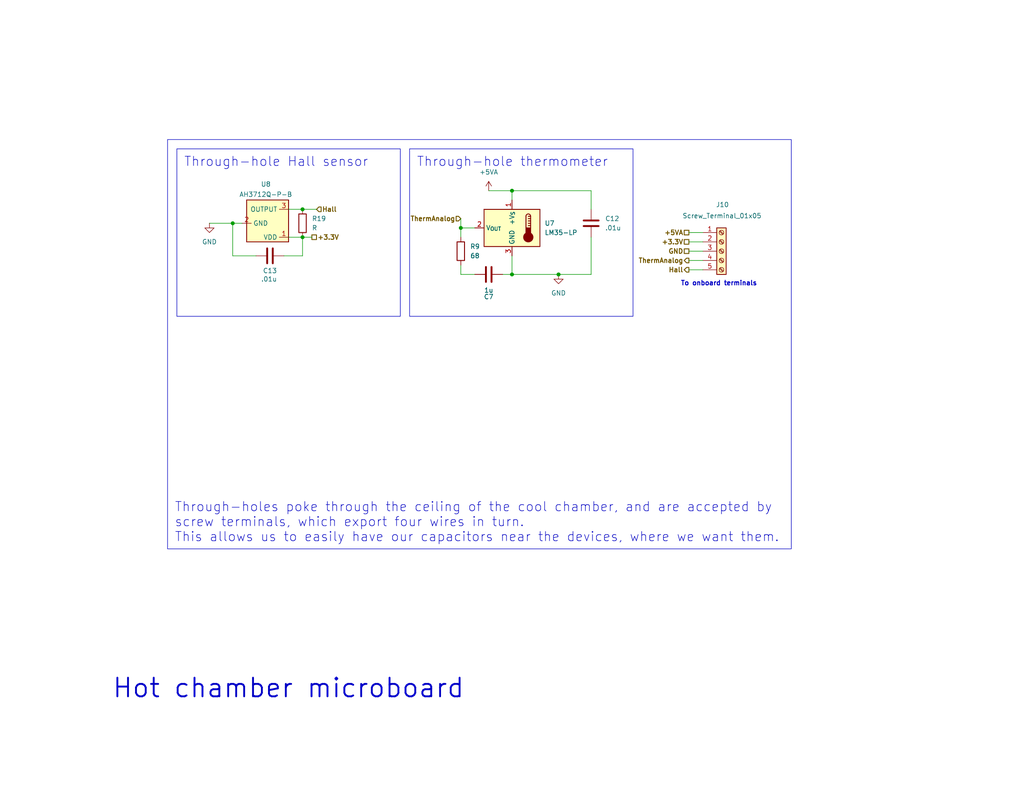
<source format=kicad_sch>
(kicad_sch (version 20231120) (generator "eeschema") (generator_version "8.0")
  (paper "USLetter")
  (title_block (title "Dankdryer") (date "2024-12-31") (rev "1.0") (company "Dirty South Supercomputing") (comment 1 "nick black"))
  (lib_symbols
    (symbol "Connector:Screw_Terminal_01x05" (pin_names (offset 1.016) hide)
      (property "Reference" "J" (at 0 7.62 0))
      (property "Value" "Screw_Terminal_01x05" (at 0 -7.62 0))
      (symbol "Screw_Terminal_01x05_1_1"
        (rectangle (start -1.27 6.35) (end 1.27 -6.35) (stroke (width 0.254)) (fill (type background)))
        (circle (center 0 -5.08) (radius 0.635) (stroke (width 0.1524)))
        (circle (center 0 -2.54) (radius 0.635) (stroke (width 0.1524)))
        (polyline (pts (xy -0.5334 -4.7498) (xy 0.3302 -5.588)) (stroke (width 0.1524)))
        (polyline (pts (xy -0.5334 -2.2098) (xy 0.3302 -3.048)) (stroke (width 0.1524)))
        (polyline (pts (xy -0.5334 0.3302) (xy 0.3302 -0.508)) (stroke (width 0.1524)))
        (polyline (pts (xy -0.5334 2.8702) (xy 0.3302 2.032)) (stroke (width 0.1524)))
        (polyline (pts (xy -0.5334 5.4102) (xy 0.3302 4.572)) (stroke (width 0.1524)))
        (polyline (pts (xy -0.3556 -4.572) (xy 0.508 -5.4102)) (stroke (width 0.1524)))
        (polyline (pts (xy -0.3556 -2.032) (xy 0.508 -2.8702)) (stroke (width 0.1524)))
        (polyline (pts (xy -0.3556 0.508) (xy 0.508 -0.3302)) (stroke (width 0.1524)))
        (polyline (pts (xy -0.3556 3.048) (xy 0.508 2.2098)) (stroke (width 0.1524)))
        (polyline (pts (xy -0.3556 5.588) (xy 0.508 4.7498)) (stroke (width 0.1524)))
        (circle (center 0 0) (radius 0.635) (stroke (width 0.1524)))
        (circle (center 0 2.54) (radius 0.635) (stroke (width 0.1524)))
        (circle (center 0 5.08) (radius 0.635) (stroke (width 0.1524)))
        (pin passive line (at -5.08 5.08 0) (length 3.81) (name "Pin_1") (number "1"))
        (pin passive line (at -5.08 2.54 0) (length 3.81) (name "Pin_2") (number "2"))
        (pin passive line (at -5.08 0 0) (length 3.81) (name "Pin_3") (number "3"))
        (pin passive line (at -5.08 -2.54 0) (length 3.81) (name "Pin_4") (number "4"))
        (pin passive line (at -5.08 -5.08 0) (length 3.81) (name "Pin_5") (number "5"))
      )
    )
    (symbol "Device:C" (pin_numbers hide) (pin_names (offset 0.254))
      (property "Reference" "C" (at 0.635 2.54 0))
      (property "Value" "C" (at 0.635 -2.54 0))
      (symbol "C_0_1"
        (polyline (pts (xy -2.032 -0.762) (xy 2.032 -0.762)) (stroke (width 0.508)))
        (polyline (pts (xy -2.032 0.762) (xy 2.032 0.762)) (stroke (width 0.508)))
      )
      (symbol "C_1_1"
        (pin passive line (at 0 3.81 270) (length 2.794) (name "~") (number "1"))
        (pin passive line (at 0 -3.81 90) (length 2.794) (name "~") (number "2"))
      )
    )
    (symbol "Device:R" (pin_numbers hide) (pin_names (offset 0))
      (property "Reference" "R" (at 2.032 0 90))
      (property "Value" "R" (at 0 0 90))
      (symbol "R_0_1"
        (rectangle (start -1.016 -2.54) (end 1.016 2.54) (stroke (width 0.254)))
      )
      (symbol "R_1_1"
        (pin passive line (at 0 3.81 270) (length 1.27) (name "~") (number "1"))
        (pin passive line (at 0 -3.81 90) (length 1.27) (name "~") (number "2"))
      )
    )
    (symbol "Sensor_Temperature:LM35-LP"
      (property "Reference" "U" (at -6.35 6.35 0))
      (property "Value" "LM35-LP" (at 1.27 6.35 0))
      (symbol "LM35-LP_0_1"
        (rectangle (start -7.62 5.08) (end 7.62 -5.08) (stroke (width 0.254)) (fill (type background)))
        (circle (center -4.445 -2.54) (radius 1.27) (stroke (width 0.254)) (fill (type outline)))
        (rectangle (start -3.81 -1.905) (end -5.08 0) (stroke (width 0.254)) (fill (type outline)))
        (arc (start -3.81 3.175) (mid -4.445 3.8073) (end -5.08 3.175) (stroke (width 0.254)))
        (polyline (pts (xy -5.08 0.635) (xy -4.445 0.635)) (stroke (width 0.254)))
        (polyline (pts (xy -5.08 1.27) (xy -4.445 1.27)) (stroke (width 0.254)))
        (polyline (pts (xy -5.08 1.905) (xy -4.445 1.905)) (stroke (width 0.254)))
        (polyline (pts (xy -5.08 2.54) (xy -4.445 2.54)) (stroke (width 0.254)))
        (polyline (pts (xy -5.08 3.175) (xy -5.08 0)) (stroke (width 0.254)))
        (polyline (pts (xy -5.08 3.175) (xy -4.445 3.175)) (stroke (width 0.254)))
        (polyline (pts (xy -3.81 3.175) (xy -3.81 0)) (stroke (width 0.254)))
      )
      (symbol "LM35-LP_1_1"
        (pin power_in line (at 0 7.62 270) (length 2.54) (name "+V_{S}") (number "1"))
        (pin output line (at 10.16 0 180) (length 2.54) (name "V_{OUT}") (number "2"))
        (pin power_in line (at 0 -7.62 90) (length 2.54) (name "GND") (number "3"))
      )
    )
    (symbol "dank:AH3712Q-P-B"
      (property "Reference" "U8" (at 0.254 11.938 0))
      (property "Value" "AH3712Q-P-B" (at 6.096 9.144 0))
      (symbol "AH3712Q-P-B_0_1"
        (rectangle (start -6.35 7.62) (end 5.08 -3.81) (stroke (width 0.254)) (fill (type background)))
      )
      (symbol "AH3712Q-P-B_1_1"
        (pin power_in line (at 5.08 -2.54 180) (length 2.54) (name "VDD") (number "1"))
        (pin power_in line (at -7.62 1.27 0) (length 2.54) (name "GND") (number "2"))
        (pin open_collector line (at 5.08 5.08 180) (length 2.54) (name "OUTPUT") (number "3"))
      )
    )
    (symbol "power:+5VA" (power) (pin_numbers hide) (pin_names (offset 0) hide)
      (property "Value" "+5VA" (at 0 3.556 0))
      (symbol "+5VA_0_1"
        (polyline (pts (xy -0.762 1.27) (xy 0 2.54)))
        (polyline (pts (xy 0 0) (xy 0 2.54)))
        (polyline (pts (xy 0 2.54) (xy 0.762 1.27)))
      )
      (symbol "+5VA_1_1"
        (pin power_in line (at 0 0 90) (length 0) (name "~") (number "1"))
      )
    )
    (symbol "power:GND" (power) (pin_numbers hide) (pin_names (offset 0) hide)
      (property "Value" "GND" (at 0 -3.81 0))
      (symbol "GND_0_1"
        (polyline (pts (xy 0 0) (xy 0 -1.27) (xy 1.27 -1.27) (xy 0 -2.54) (xy -1.27 -1.27) (xy 0 -1.27)))
      )
      (symbol "GND_1_1"
        (pin power_in line (at 0 0 270) (length 0) (name "~") (number "1"))
      )
    )
  )
  (junction (at 152.4 74.93))
  (junction (at 139.7 74.93))
  (junction (at 125.73 62.23))
  (junction (at 82.55 64.77))
  (junction (at 139.7 52.07))
  (junction (at 63.5 60.96))
  (junction (at 82.55 57.15))
  (wire (pts (xy 57.15 60.96) (xy 63.5 60.96)))
  (wire (pts (xy 161.29 74.93) (xy 161.29 64.77)))
  (wire (pts (xy 125.73 74.93) (xy 125.73 72.39)))
  (wire (pts (xy 82.55 69.85) (xy 82.55 64.77)))
  (wire (pts (xy 187.96 68.58) (xy 191.77 68.58)))
  (wire (pts (xy 133.35 52.07) (xy 139.7 52.07)))
  (wire (pts (xy 69.85 69.85) (xy 63.5 69.85)))
  (wire (pts (xy 161.29 52.07) (xy 161.29 57.15)))
  (wire (pts (xy 82.55 57.15) (xy 86.36 57.15)))
  (wire (pts (xy 187.96 71.12) (xy 191.77 71.12)))
  (wire (pts (xy 187.96 63.5) (xy 191.77 63.5)))
  (wire (pts (xy 78.74 64.77) (xy 82.55 64.77)))
  (wire (pts (xy 187.96 73.66) (xy 191.77 73.66)))
  (wire (pts (xy 82.55 64.77) (xy 85.09 64.77)))
  (wire (pts (xy 187.96 66.04) (xy 191.77 66.04)))
  (wire (pts (xy 139.7 52.07) (xy 139.7 54.61)))
  (wire (pts (xy 77.47 69.85) (xy 82.55 69.85)))
  (wire (pts (xy 137.16 74.93) (xy 139.7 74.93)))
  (wire (pts (xy 125.73 59.69) (xy 125.73 62.23)))
  (wire (pts (xy 152.4 74.93) (xy 161.29 74.93)))
  (wire (pts (xy 125.73 62.23) (xy 125.73 64.77)))
  (wire (pts (xy 125.73 62.23) (xy 129.54 62.23)))
  (wire (pts (xy 139.7 52.07) (xy 161.29 52.07)))
  (wire (pts (xy 139.7 74.93) (xy 139.7 69.85)))
  (wire (pts (xy 63.5 69.85) (xy 63.5 60.96)))
  (wire (pts (xy 78.74 57.15) (xy 82.55 57.15)))
  (wire (pts (xy 139.7 74.93) (xy 152.4 74.93)))
  (wire (pts (xy 63.5 60.96) (xy 66.04 60.96)))
  (wire (pts (xy 125.73 74.93) (xy 129.54 74.93)))
  (text_box "Through-hole thermometer" (at 111.76 40.64 0) (size 60.96 45.72) (effects (font (size 2.54 2.54)) (justify left top)))
  (text_box "Through-holes poke through the ceiling of the cool chamber, and are accepted by screw terminals, which export four wires in turn.\nThis allows us to easily have our capacitors near the devices, where we want them." (at 45.72 38.1 0) (size 170.18 111.76) (effects (font (size 2.54 2.54)) (justify left bottom)))
  (text_box "Through-hole Hall sensor" (at 48.26 40.64 0) (size 60.96 45.72) (effects (font (size 2.54 2.54)) (justify left top)))
  (text "To onboard terminals" (at 185.674 77.47 0) (effects (font (size 1.27 1.27) (thickness 0.254) (bold yes)) (justify left)))
  (text "Hot chamber microboard" (at 30.48 191.008 0) (effects (font (size 5.08 5.08) (thickness 0.508) (bold yes)) (justify left bottom)))
  (hierarchical_label "+3.3V" (shape passive) (at 187.96 66.04 180) (effects (font (thickness 0.254) (bold yes))))
  (hierarchical_label "ThermAnalog" (shape input) (at 125.73 59.69 180) (effects (font (thickness 0.254) (bold yes))))
  (hierarchical_label "Hall" (shape output) (at 187.96 73.66 180) (effects (font (thickness 0.254) (bold yes))))
  (hierarchical_label "GND" (shape passive) (at 187.96 68.58 180) (effects (font (thickness 0.254) (bold yes))))
  (hierarchical_label "+5VA" (shape passive) (at 187.96 63.5 180) (effects (font (thickness 0.254) (bold yes))))
  (hierarchical_label "Hall" (shape input) (at 86.36 57.15 0) (effects (font (thickness 0.254) (bold yes))))
  (hierarchical_label "+3.3V" (shape passive) (at 85.09 64.77 0) (effects (font (thickness 0.254) (bold yes))))
  (hierarchical_label "ThermAnalog" (shape output) (at 187.96 71.12 180) (effects (font (thickness 0.254) (bold yes))))
  (symbol (lib_id "Device:C") (at 133.35 74.93 270) (unit 1) (on_board no)
    (property "Reference" "C7" (at 133.35 81.026 90))
    (property "Value" "1u" (at 133.35 79.248 90))
    (property "Footprint" "Capacitor_SMD:C_0805_2012Metric_Pad1.18x1.45mm_HandSolder" (effects (hide yes)))
    (property "Description" "Unpolarized capacitor" (effects (hide yes)))
  )
  (symbol (lib_id "power:GND") (at 57.15 60.96 0) (unit 1)
    (property "Reference" "#PWR023" (effects (hide yes)))
    (property "Value" "GND" (at 57.15 66.04 0))
    (property "Description" "Power symbol creates a global label with name \"GND\" , ground" (effects (hide yes)))
  )
  (symbol (lib_id "Device:R") (at 125.73 68.58 0) (unit 1) (on_board no)
    (property "Reference" "R9" (at 128.27 67.3099 0) (effects (justify left)))
    (property "Value" "68" (at 128.27 69.8499 0) (effects (justify left)))
    (property "Footprint" "Capacitor_SMD:C_0805_2012Metric_Pad1.18x1.45mm_HandSolder" (effects (hide yes)))
    (property "Description" "Resistor" (effects (hide yes)))
  )
  (symbol (lib_id "dank:AH3712Q-P-B") (at 73.66 62.23 0) (unit 1) (on_board no)
    (property "Reference" "U8" (at 73.914 50.292 0) (effects (justify right)))
    (property "Value" "AH3712Q-P-B" (at 79.756 53.086 0) (effects (justify right)))
    (property "Footprint" "Package_TO_SOT_SMD:SC-59" (effects (hide yes)))
    (property "Datasheet" "https://www.diodes.com/assets/Datasheets/AH3712Q.pdf" (effects (hide yes)))
    (property "Description" "High Sensitivity Micropower Omnipolar Hall-Effect Switch, SC-59" (effects (hide yes)))
  )
  (symbol (lib_id "Device:C") (at 73.66 69.85 90) (unit 1) (on_board no)
    (property "Reference" "C13" (at 73.66 73.914 90))
    (property "Value" ".01u" (at 73.406 76.2 90))
    (property "Description" "Unpolarized capacitor" (effects (hide yes)))
  )
  (symbol (lib_id "Device:C") (at 161.29 60.96 0) (unit 1) (on_board no)
    (property "Reference" "C12" (at 165.1 59.6899 0) (effects (justify left)))
    (property "Value" ".01u" (at 165.1 62.2299 0) (effects (justify left)))
    (property "Footprint" "Capacitor_SMD:C_0805_2012Metric_Pad1.18x1.45mm_HandSolder" (effects (hide yes)))
    (property "Description" "Unpolarized capacitor" (effects (hide yes)))
  )
  (symbol (lib_id "Connector:Screw_Terminal_01x05") (at 196.85 68.58 0) (unit 1) (on_board no)
    (property "Reference" "J10" (at 195.326 55.88 0) (effects (justify left)))
    (property "Value" "Screw_Terminal_01x05" (at 186.182 58.928 0) (effects (justify left)))
    (property "Footprint" "dank:TerminalBlock_bornier-5_P5.08mm" (effects (hide yes)))
    (property "Description" "Generic screw terminal, single row, 01x05, script generated (kicad-library-utils/schlib/autogen/connector/)" (effects (hide yes)))
  )
  (symbol (lib_id "power:+5VA") (at 133.35 52.07 0) (mirror y) (unit 1)
    (property "Reference" "#PWR039" (effects (hide yes)))
    (property "Value" "+5VA" (at 133.35 46.99 0))
    (property "Description" "Power symbol creates a global label with name \"+5VA\"" (effects (hide yes)))
  )
  (symbol (lib_id "Sensor_Temperature:LM35-LP") (at 139.7 62.23 0) (mirror y) (unit 1) (on_board no)
    (property "Reference" "U7" (at 148.59 60.9599 0) (effects (justify right)))
    (property "Value" "LM35-LP" (at 148.59 63.4999 0) (effects (justify right)))
    (property "Footprint" "Package_TO_SOT_THT:TO-92_Inline" (effects (hide yes)))
    (property "Datasheet" "http://www.ti.com/lit/ds/symlink/lm35.pdf" (effects (hide yes)))
    (property "Description" "Precision centigrade temperature sensor, TO-92" (effects (hide yes)))
  )
  (symbol (lib_id "Device:R") (at 82.55 60.96 0) (unit 1) (on_board no)
    (property "Reference" "R19" (at 85.09 59.6899 0) (effects (justify left)))
    (property "Value" "R" (at 85.09 62.2299 0) (effects (justify left)))
    (property "Description" "Resistor" (effects (hide yes)))
  )
  (symbol (lib_id "power:GND") (at 152.4 74.93 0) (unit 1)
    (property "Reference" "#PWR040" (effects (hide yes)))
    (property "Value" "GND" (at 152.4 80.01 0))
    (property "Description" "Power symbol creates a global label with name \"GND\" , ground" (effects (hide yes)))
  )
)
</source>
